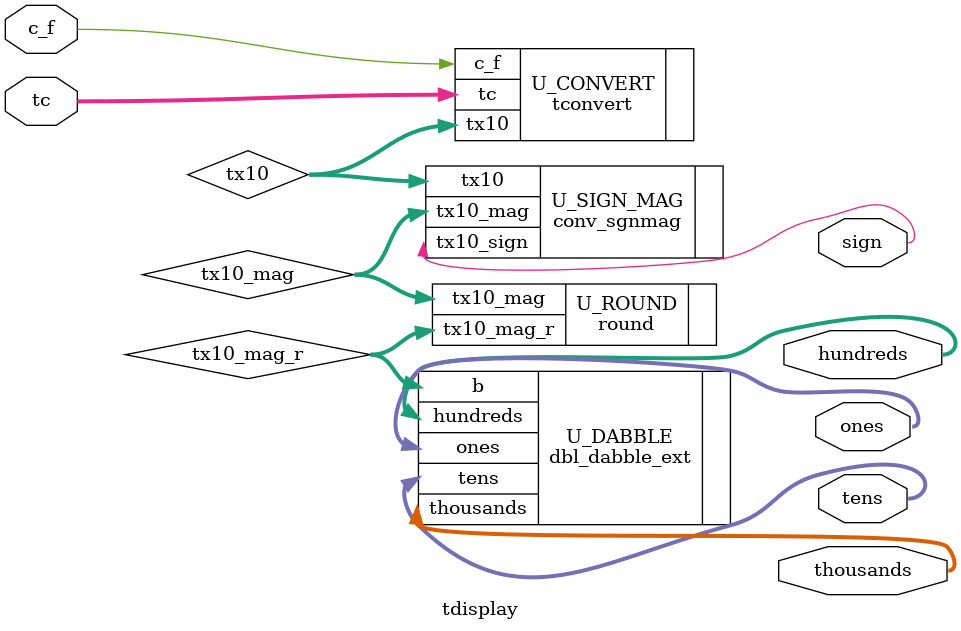
<source format=sv>
`timescale 1ns / 1ps


module tdisplay(input logic signed [12:0] tc,
                input logic c_f,
                output logic [3:0] thousands, hundreds, tens, ones,
                output logic sign);
                
logic signed [17:0] tx10;                
logic [16:0] tx10_mag;
logic [12:0] tx10_mag_r;         
          

tconvert U_CONVERT (.tc, .c_f, .tx10);

conv_sgnmag U_SIGN_MAG (.tx10, .tx10_sign(sign), .tx10_mag);

round U_ROUND (.tx10_mag, .tx10_mag_r);

dbl_dabble_ext U_DABBLE (.b(tx10_mag_r), .thousands, .hundreds, .tens, .ones);

    
endmodule

</source>
